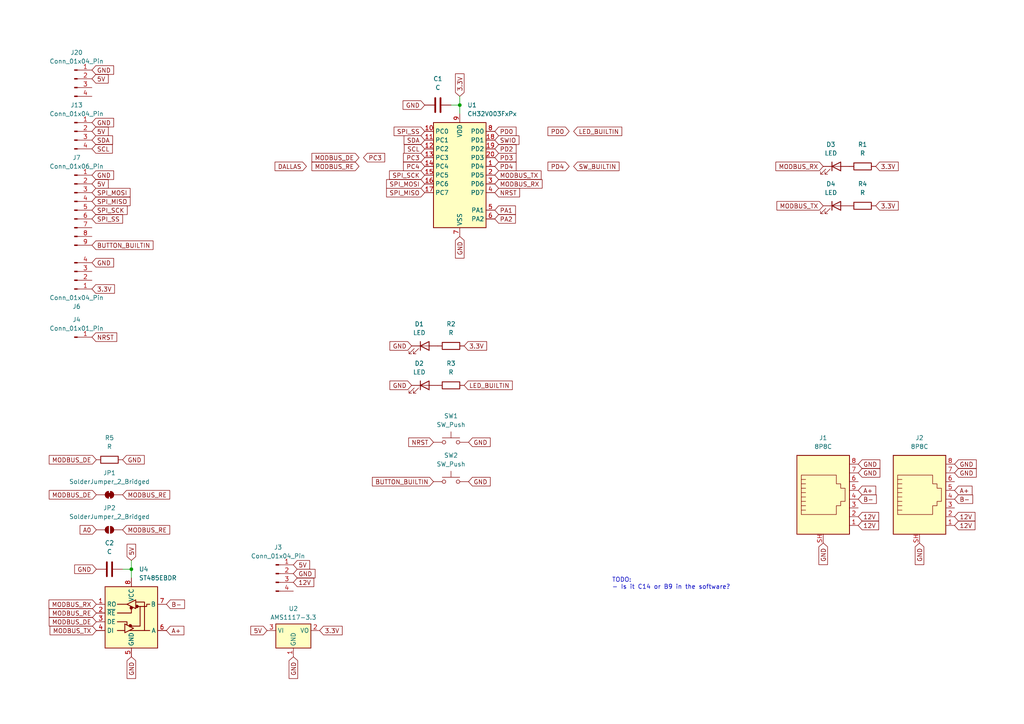
<source format=kicad_sch>
(kicad_sch (version 20231120) (generator "eeschema") (generator_version "8.0")
  (paper "A4")
  (lib_symbols
    (symbol "Connector:8P8C_Shielded" (pin_names (offset 1.016))
      (property "Reference" "J" (at -5.08 13.97 0))
      (property "Value" "8P8C_Shielded" (at 2.54 13.97 0))
      (symbol "8P8C_Shielded_0_1"
        (polyline (pts (xy -5.08 4.445) (xy -6.35 4.445)))
        (polyline (pts (xy -5.08 5.715) (xy -6.35 5.715)))
        (polyline (pts (xy -6.35 -3.175) (xy -5.08 -3.175) (xy -5.08 -3.175)))
        (polyline (pts (xy -6.35 -1.905) (xy -5.08 -1.905) (xy -5.08 -1.905)))
        (polyline (pts (xy -6.35 -0.635) (xy -5.08 -0.635) (xy -5.08 -0.635)))
        (polyline (pts (xy -6.35 0.635) (xy -5.08 0.635) (xy -5.08 0.635)))
        (polyline (pts (xy -6.35 1.905) (xy -5.08 1.905) (xy -5.08 1.905)))
        (polyline (pts (xy -5.08 3.175) (xy -6.35 3.175) (xy -6.35 3.175)))
        (polyline (pts (xy -6.35 -4.445) (xy -6.35 6.985) (xy 3.81 6.985) (xy 3.81 4.445) (xy 5.08 4.445) (xy 5.08 3.175) (xy 6.35 3.175) (xy 6.35 -0.635) (xy 5.08 -0.635) (xy 5.08 -1.905) (xy 3.81 -1.905) (xy 3.81 -4.445) (xy -6.35 -4.445) (xy -6.35 -4.445)))
        (rectangle (start 7.62 12.7) (end -7.62 -10.16) (stroke (width 0.254)) (fill (type background)))
      )
      (symbol "8P8C_Shielded_1_1"
        (pin passive line (at 10.16 -7.62 180) (length 2.54) (name "~") (number "1"))
        (pin passive line (at 10.16 -5.08 180) (length 2.54) (name "~") (number "2"))
        (pin passive line (at 10.16 -2.54 180) (length 2.54) (name "~") (number "3"))
        (pin passive line (at 10.16 0 180) (length 2.54) (name "~") (number "4"))
        (pin passive line (at 10.16 2.54 180) (length 2.54) (name "~") (number "5"))
        (pin passive line (at 10.16 5.08 180) (length 2.54) (name "~") (number "6"))
        (pin passive line (at 10.16 7.62 180) (length 2.54) (name "~") (number "7"))
        (pin passive line (at 10.16 10.16 180) (length 2.54) (name "~") (number "8"))
        (pin passive line (at 0 -12.7 90) (length 2.54) (name "~") (number "SH"))
      )
    )
    (symbol "Connector:Conn_01x01_Pin" (pin_names (offset 1.016) hide)
      (property "Reference" "J" (at 0 2.54 0))
      (property "Value" "Conn_01x01_Pin" (at 0 -2.54 0))
      (symbol "Conn_01x01_Pin_1_1"
        (polyline (pts (xy 1.27 0) (xy 0.8636 0)) (stroke (width 0.1524)))
        (rectangle (start 0.8636 0.127) (end 0 -0.127) (stroke (width 0.1524)) (fill (type outline)))
        (pin passive line (at 5.08 0 180) (length 3.81) (name "Pin_1") (number "1"))
      )
    )
    (symbol "Connector:Conn_01x04_Pin" (pin_names (offset 1.016) hide)
      (property "Reference" "J" (at 0 5.08 0))
      (property "Value" "Conn_01x04_Pin" (at 0 -7.62 0))
      (symbol "Conn_01x04_Pin_1_1"
        (polyline (pts (xy 1.27 -5.08) (xy 0.8636 -5.08)) (stroke (width 0.1524)))
        (polyline (pts (xy 1.27 -2.54) (xy 0.8636 -2.54)) (stroke (width 0.1524)))
        (polyline (pts (xy 1.27 0) (xy 0.8636 0)) (stroke (width 0.1524)))
        (polyline (pts (xy 1.27 2.54) (xy 0.8636 2.54)) (stroke (width 0.1524)))
        (rectangle (start 0.8636 -4.953) (end 0 -5.207) (stroke (width 0.1524)) (fill (type outline)))
        (rectangle (start 0.8636 -2.413) (end 0 -2.667) (stroke (width 0.1524)) (fill (type outline)))
        (rectangle (start 0.8636 0.127) (end 0 -0.127) (stroke (width 0.1524)) (fill (type outline)))
        (rectangle (start 0.8636 2.667) (end 0 2.413) (stroke (width 0.1524)) (fill (type outline)))
        (pin passive line (at 5.08 2.54 180) (length 3.81) (name "Pin_1") (number "1"))
        (pin passive line (at 5.08 0 180) (length 3.81) (name "Pin_2") (number "2"))
        (pin passive line (at 5.08 -2.54 180) (length 3.81) (name "Pin_3") (number "3"))
        (pin passive line (at 5.08 -5.08 180) (length 3.81) (name "Pin_4") (number "4"))
      )
    )
    (symbol "Connector:Conn_01x09_Pin" (pin_names (offset 1.016) hide)
      (property "Reference" "J" (at 0 12.7 0))
      (property "Value" "Conn_01x09_Pin" (at 0 -12.7 0))
      (symbol "Conn_01x09_Pin_1_1"
        (polyline (pts (xy 1.27 -10.16) (xy 0.8636 -10.16)) (stroke (width 0.1524)))
        (polyline (pts (xy 1.27 -7.62) (xy 0.8636 -7.62)) (stroke (width 0.1524)))
        (polyline (pts (xy 1.27 -5.08) (xy 0.8636 -5.08)) (stroke (width 0.1524)))
        (polyline (pts (xy 1.27 -2.54) (xy 0.8636 -2.54)) (stroke (width 0.1524)))
        (polyline (pts (xy 1.27 0) (xy 0.8636 0)) (stroke (width 0.1524)))
        (polyline (pts (xy 1.27 2.54) (xy 0.8636 2.54)) (stroke (width 0.1524)))
        (polyline (pts (xy 1.27 5.08) (xy 0.8636 5.08)) (stroke (width 0.1524)))
        (polyline (pts (xy 1.27 7.62) (xy 0.8636 7.62)) (stroke (width 0.1524)))
        (polyline (pts (xy 1.27 10.16) (xy 0.8636 10.16)) (stroke (width 0.1524)))
        (rectangle (start 0.8636 -10.033) (end 0 -10.287) (stroke (width 0.1524)) (fill (type outline)))
        (rectangle (start 0.8636 -7.493) (end 0 -7.747) (stroke (width 0.1524)) (fill (type outline)))
        (rectangle (start 0.8636 -4.953) (end 0 -5.207) (stroke (width 0.1524)) (fill (type outline)))
        (rectangle (start 0.8636 -2.413) (end 0 -2.667) (stroke (width 0.1524)) (fill (type outline)))
        (rectangle (start 0.8636 0.127) (end 0 -0.127) (stroke (width 0.1524)) (fill (type outline)))
        (rectangle (start 0.8636 2.667) (end 0 2.413) (stroke (width 0.1524)) (fill (type outline)))
        (rectangle (start 0.8636 5.207) (end 0 4.953) (stroke (width 0.1524)) (fill (type outline)))
        (rectangle (start 0.8636 7.747) (end 0 7.493) (stroke (width 0.1524)) (fill (type outline)))
        (rectangle (start 0.8636 10.287) (end 0 10.033) (stroke (width 0.1524)) (fill (type outline)))
        (pin passive line (at 5.08 10.16 180) (length 3.81) (name "Pin_1") (number "1"))
        (pin passive line (at 5.08 7.62 180) (length 3.81) (name "Pin_2") (number "2"))
        (pin passive line (at 5.08 5.08 180) (length 3.81) (name "Pin_3") (number "3"))
        (pin passive line (at 5.08 2.54 180) (length 3.81) (name "Pin_4") (number "4"))
        (pin passive line (at 5.08 0 180) (length 3.81) (name "Pin_5") (number "5"))
        (pin passive line (at 5.08 -2.54 180) (length 3.81) (name "Pin_6") (number "6"))
        (pin passive line (at 5.08 -5.08 180) (length 3.81) (name "Pin_7") (number "7"))
        (pin passive line (at 5.08 -7.62 180) (length 3.81) (name "Pin_8") (number "8"))
        (pin passive line (at 5.08 -10.16 180) (length 3.81) (name "Pin_9") (number "9"))
      )
    )
    (symbol "Device:C" (pin_numbers hide) (pin_names (offset 0.254))
      (property "Reference" "C" (at 0.635 2.54 0))
      (property "Value" "C" (at 0.635 -2.54 0))
      (symbol "C_0_1"
        (polyline (pts (xy -2.032 -0.762) (xy 2.032 -0.762)) (stroke (width 0.508)))
        (polyline (pts (xy -2.032 0.762) (xy 2.032 0.762)) (stroke (width 0.508)))
      )
      (symbol "C_1_1"
        (pin passive line (at 0 3.81 270) (length 2.794) (name "~") (number "1"))
        (pin passive line (at 0 -3.81 90) (length 2.794) (name "~") (number "2"))
      )
    )
    (symbol "Device:LED" (pin_numbers hide) (pin_names (offset 1.016) hide)
      (property "Reference" "D" (at 0 2.54 0))
      (property "Value" "LED" (at 0 -2.54 0))
      (symbol "LED_0_1"
        (polyline (pts (xy -1.27 -1.27) (xy -1.27 1.27)) (stroke (width 0.254)))
        (polyline (pts (xy -1.27 0) (xy 1.27 0)))
        (polyline (pts (xy 1.27 -1.27) (xy 1.27 1.27) (xy -1.27 0) (xy 1.27 -1.27)) (stroke (width 0.254)))
        (polyline (pts (xy -3.048 -0.762) (xy -4.572 -2.286) (xy -3.81 -2.286) (xy -4.572 -2.286) (xy -4.572 -1.524)))
        (polyline (pts (xy -1.778 -0.762) (xy -3.302 -2.286) (xy -2.54 -2.286) (xy -3.302 -2.286) (xy -3.302 -1.524)))
      )
      (symbol "LED_1_1"
        (pin passive line (at -3.81 0 0) (length 2.54) (name "K") (number "1"))
        (pin passive line (at 3.81 0 180) (length 2.54) (name "A") (number "2"))
      )
    )
    (symbol "Device:R" (pin_numbers hide) (pin_names (offset 0))
      (property "Reference" "R" (at 2.032 0 90))
      (property "Value" "R" (at 0 0 90))
      (symbol "R_0_1"
        (rectangle (start -1.016 -2.54) (end 1.016 2.54) (stroke (width 0.254)))
      )
      (symbol "R_1_1"
        (pin passive line (at 0 3.81 270) (length 1.27) (name "~") (number "1"))
        (pin passive line (at 0 -3.81 90) (length 1.27) (name "~") (number "2"))
      )
    )
    (symbol "Interface_UART:ST485EBDR"
      (property "Reference" "U" (at -6.35 8.89 0))
      (property "Value" "ST485EBDR" (at 1.27 8.89 0))
      (symbol "ST485EBDR_0_1"
        (rectangle (start -7.62 7.62) (end 7.62 -10.16) (stroke (width 0.254)) (fill (type background)))
        (circle (center -0.3048 -3.683) (radius 0.3556) (stroke (width 0.254)) (fill (type outline)))
        (circle (center -0.0254 1.4986) (radius 0.3556) (stroke (width 0.254)) (fill (type outline)))
        (polyline (pts (xy -4.064 -5.08) (xy -1.905 -5.08)) (stroke (width 0.254)))
        (polyline (pts (xy -4.064 2.54) (xy -1.27 2.54)) (stroke (width 0.254)))
        (polyline (pts (xy -1.27 -3.2004) (xy -1.27 -3.4544)) (stroke (width 0.254)))
        (polyline (pts (xy -0.635 -5.08) (xy 5.334 -5.08)) (stroke (width 0.254)))
        (polyline (pts (xy -4.064 -2.54) (xy -1.27 -2.54) (xy -1.27 -3.175)) (stroke (width 0.254)))
        (polyline (pts (xy 0 1.27) (xy 0 0) (xy -4.064 0)) (stroke (width 0.254)))
        (polyline (pts (xy 1.27 3.175) (xy 3.81 3.175) (xy 3.81 -5.08)) (stroke (width 0.254)))
        (polyline (pts (xy 2.54 1.905) (xy 2.54 -3.81) (xy 0 -3.81)) (stroke (width 0.254)))
        (polyline (pts (xy -1.905 -3.175) (xy -1.905 -5.715) (xy 0.635 -4.445) (xy -1.905 -3.175)) (stroke (width 0.254)))
        (polyline (pts (xy -1.27 2.54) (xy 1.27 3.81) (xy 1.27 1.27) (xy -1.27 2.54)) (stroke (width 0.254)))
        (polyline (pts (xy 1.905 1.905) (xy 4.445 1.905) (xy 4.445 2.54) (xy 5.334 2.54)) (stroke (width 0.254)))
        (rectangle (start 1.27 3.175) (end 1.27 3.175))
        (circle (center 1.651 1.905) (radius 0.3556) (stroke (width 0.254)) (fill (type outline)))
      )
      (symbol "ST485EBDR_1_1"
        (pin output line (at -10.16 2.54 0) (length 2.54) (name "RO") (number "1"))
        (pin input line (at -10.16 0 0) (length 2.54) (name "~{RE}") (number "2"))
        (pin input line (at -10.16 -2.54 0) (length 2.54) (name "DE") (number "3"))
        (pin input line (at -10.16 -5.08 0) (length 2.54) (name "DI") (number "4"))
        (pin power_in line (at 0 -12.7 90) (length 2.54) (name "GND") (number "5"))
        (pin bidirectional line (at 10.16 -5.08 180) (length 2.54) (name "A") (number "6"))
        (pin bidirectional line (at 10.16 2.54 180) (length 2.54) (name "B") (number "7"))
        (pin power_in line (at 0 10.16 270) (length 2.54) (name "VCC") (number "8"))
      )
    )
    (symbol "Jumper:SolderJumper_2_Bridged" (pin_numbers hide) (pin_names (offset 0) hide) (exclude_from_sim yes) (in_bom no)
      (property "Reference" "JP" (at 0 2.032 0))
      (property "Value" "SolderJumper_2_Bridged" (at 0 -2.54 0))
      (symbol "SolderJumper_2_Bridged_0_1"
        (rectangle (start -0.508 0.508) (end 0.508 -0.508) (fill (type outline)))
        (arc (start -0.254 1.016) (mid -1.2656 0) (end -0.254 -1.016))
        (arc (start -0.254 1.016) (mid -1.2656 0) (end -0.254 -1.016) (fill (type outline)))
        (polyline (pts (xy -0.254 1.016) (xy -0.254 -1.016)))
        (polyline (pts (xy 0.254 1.016) (xy 0.254 -1.016)))
        (arc (start 0.254 -1.016) (mid 1.2656 0) (end 0.254 1.016))
        (arc (start 0.254 -1.016) (mid 1.2656 0) (end 0.254 1.016) (fill (type outline)))
      )
      (symbol "SolderJumper_2_Bridged_1_1"
        (pin passive line (at -3.81 0 0) (length 2.54) (name "A") (number "1"))
        (pin passive line (at 3.81 0 180) (length 2.54) (name "B") (number "2"))
      )
    )
    (symbol "Jumper:SolderJumper_2_Open" (pin_numbers hide) (pin_names (offset 0) hide) (exclude_from_sim yes) (in_bom no)
      (property "Reference" "JP" (at 0 2.032 0))
      (property "Value" "SolderJumper_2_Open" (at 0 -2.54 0))
      (symbol "SolderJumper_2_Open_0_1"
        (arc (start -0.254 1.016) (mid -1.2656 0) (end -0.254 -1.016))
        (arc (start -0.254 1.016) (mid -1.2656 0) (end -0.254 -1.016) (fill (type outline)))
        (polyline (pts (xy -0.254 1.016) (xy -0.254 -1.016)))
        (polyline (pts (xy 0.254 1.016) (xy 0.254 -1.016)))
        (arc (start 0.254 -1.016) (mid 1.2656 0) (end 0.254 1.016))
        (arc (start 0.254 -1.016) (mid 1.2656 0) (end 0.254 1.016) (fill (type outline)))
      )
      (symbol "SolderJumper_2_Open_1_1"
        (pin passive line (at -3.81 0 0) (length 2.54) (name "A") (number "1"))
        (pin passive line (at 3.81 0 180) (length 2.54) (name "B") (number "2"))
      )
    )
    (symbol "MCU_WCH_CH32V0:CH32V003FxPx"
      (property "Reference" "U" (at -7.62 17.78 0))
      (property "Value" "CH32V003FxPx" (at 7.62 17.78 0))
      (symbol "CH32V003FxPx_1_1"
        (rectangle (start -7.62 15.24) (end 7.62 -15.24) (stroke (width 0.254)) (fill (type background)))
        (pin bidirectional line (at 10.16 2.54 180) (length 2.54) (name "PD4") (number "1"))
        (pin bidirectional line (at -10.16 12.7 0) (length 2.54) (name "PC0") (number "10"))
        (pin bidirectional line (at -10.16 10.16 0) (length 2.54) (name "PC1") (number "11"))
        (pin bidirectional line (at -10.16 7.62 0) (length 2.54) (name "PC2") (number "12"))
        (pin bidirectional line (at -10.16 5.08 0) (length 2.54) (name "PC3") (number "13"))
        (pin bidirectional line (at -10.16 2.54 0) (length 2.54) (name "PC4") (number "14"))
        (pin bidirectional line (at -10.16 0 0) (length 2.54) (name "PC5") (number "15"))
        (pin bidirectional line (at -10.16 -2.54 0) (length 2.54) (name "PC6") (number "16"))
        (pin bidirectional line (at -10.16 -5.08 0) (length 2.54) (name "PC7") (number "17"))
        (pin bidirectional line (at 10.16 10.16 180) (length 2.54) (name "PD1") (number "18"))
        (pin bidirectional line (at 10.16 7.62 180) (length 2.54) (name "PD2") (number "19"))
        (pin bidirectional line (at 10.16 0 180) (length 2.54) (name "PD5") (number "2"))
        (pin bidirectional line (at 10.16 5.08 180) (length 2.54) (name "PD3") (number "20"))
        (pin bidirectional line (at 10.16 -2.54 180) (length 2.54) (name "PD6") (number "3"))
        (pin bidirectional line (at 10.16 -5.08 180) (length 2.54) (name "PD7") (number "4"))
        (pin bidirectional line (at 10.16 -10.16 180) (length 2.54) (name "PA1") (number "5"))
        (pin bidirectional line (at 10.16 -12.7 180) (length 2.54) (name "PA2") (number "6"))
        (pin power_in line (at 0 -17.78 90) (length 2.54) (name "VSS") (number "7"))
        (pin bidirectional line (at 10.16 12.7 180) (length 2.54) (name "PD0") (number "8"))
        (pin power_in line (at 0 17.78 270) (length 2.54) (name "VDD") (number "9"))
      )
    )
    (symbol "Regulator_Linear:AMS1117-3.3"
      (property "Reference" "U" (at -3.81 3.175 0))
      (property "Value" "AMS1117-3.3" (at 0 3.175 0))
      (symbol "AMS1117-3.3_0_1"
        (rectangle (start -5.08 -5.08) (end 5.08 1.905) (stroke (width 0.254)) (fill (type background)))
      )
      (symbol "AMS1117-3.3_1_1"
        (pin power_in line (at 0 -7.62 90) (length 2.54) (name "GND") (number "1"))
        (pin power_out line (at 7.62 0 180) (length 2.54) (name "VO") (number "2"))
        (pin power_in line (at -7.62 0 0) (length 2.54) (name "VI") (number "3"))
      )
    )
    (symbol "Switch:SW_Push" (pin_numbers hide) (pin_names (offset 1.016) hide)
      (property "Reference" "SW" (at 1.27 2.54 0))
      (property "Value" "SW_Push" (at 0 -1.524 0))
      (symbol "SW_Push_0_1"
        (circle (center -2.032 0) (radius 0.508))
        (polyline (pts (xy 0 1.27) (xy 0 3.048)))
        (polyline (pts (xy 2.54 1.27) (xy -2.54 1.27)))
        (circle (center 2.032 0) (radius 0.508))
        (pin passive line (at -5.08 0 0) (length 2.54) (name "1") (number "1"))
        (pin passive line (at 5.08 0 180) (length 2.54) (name "2") (number "2"))
      )
    )
  )
  (junction (at 38.1 165.1))
  (junction (at 133.35 30.48))
  (wire (pts (xy 133.35 30.48) (xy 130.81 30.48)))
  (wire (pts (xy 133.35 30.48) (xy 133.35 33.02)))
  (wire (pts (xy 38.1 165.1) (xy 38.1 167.64)))
  (wire (pts (xy 38.1 165.1) (xy 35.56 165.1)))
  (wire (pts (xy 133.35 27.94) (xy 133.35 30.48)))
  (wire (pts (xy 38.1 162.56) (xy 38.1 165.1)))
  (text_box "TODO:\n- Is it C14 or B9 in the software?" (at 176.53 166.37 0) (size 107.95 15.24) (stroke (width -0.0001)) (effects (font (size 1.27 1.27)) (justify left top)))
  (global_label "SPI_SCK" (shape input) (at 26.67 60.96 0) (property "Intersheetrefs" "${INTERSHEET_REFS}" (effects (hide yes))))
  (global_label "5V" (shape input) (at 26.67 53.34 0) (property "Intersheetrefs" "${INTERSHEET_REFS}" (effects (hide yes))))
  (global_label "5V" (shape input) (at 26.67 22.86 0) (property "Intersheetrefs" "${INTERSHEET_REFS}" (effects (hide yes))))
  (global_label "MODBUS_RX" (shape input) (at 143.51 53.34 0) (property "Intersheetrefs" "${INTERSHEET_REFS}" (effects (hide yes))))
  (global_label "GND" (shape input) (at 135.89 128.27 0) (property "Intersheetrefs" "${INTERSHEET_REFS}" (effects (hide yes))))
  (global_label "B-" (shape input) (at 48.26 175.26 0) (property "Intersheetrefs" "${INTERSHEET_REFS}" (effects (hide yes))))
  (global_label "GND" (shape input) (at 26.67 76.2 0) (property "Intersheetrefs" "${INTERSHEET_REFS}" (effects (hide yes))))
  (global_label "GND" (shape input) (at 35.56 133.35 0) (property "Intersheetrefs" "${INTERSHEET_REFS}" (effects (hide yes))))
  (global_label "5V" (shape input) (at 77.47 182.88 180) (property "Intersheetrefs" "${INTERSHEET_REFS}" (effects (hide yes))))
  (global_label "LED_BUILTIN" (shape input) (at 166.37 38.1 0) (property "Intersheetrefs" "${INTERSHEET_REFS}" (effects (hide yes))))
  (global_label "SDA" (shape input) (at 26.67 40.64 0) (property "Intersheetrefs" "${INTERSHEET_REFS}" (effects (hide yes))))
  (global_label "MODBUS_TX" (shape input) (at 143.51 50.8 0) (property "Intersheetrefs" "${INTERSHEET_REFS}" (effects (hide yes))))
  (global_label "GND" (shape input) (at 248.92 134.62 0) (property "Intersheetrefs" "${INTERSHEET_REFS}" (effects (hide yes))))
  (global_label "MODBUS_RE" (shape input) (at 27.94 177.8 180) (property "Intersheetrefs" "${INTERSHEET_REFS}" (effects (hide yes))))
  (global_label "GND" (shape input) (at 133.35 68.58 270) (property "Intersheetrefs" "${INTERSHEET_REFS}" (effects (hide yes))))
  (global_label "PD4" (shape input) (at 143.51 48.26 0) (property "Intersheetrefs" "${INTERSHEET_REFS}" (effects (hide yes))))
  (global_label "12V" (shape input) (at 85.09 168.91 0) (property "Intersheetrefs" "${INTERSHEET_REFS}" (effects (hide yes))))
  (global_label "3.3V" (shape input) (at 254 48.26 0) (property "Intersheetrefs" "${INTERSHEET_REFS}" (effects (hide yes))))
  (global_label "SWIO" (shape input) (at 143.51 40.64 0) (property "Intersheetrefs" "${INTERSHEET_REFS}" (effects (hide yes))))
  (global_label "MODBUS_RE" (shape input) (at 35.56 143.51 0) (property "Intersheetrefs" "${INTERSHEET_REFS}" (effects (hide yes))))
  (global_label "GND" (shape input) (at 38.1 190.5 270) (property "Intersheetrefs" "${INTERSHEET_REFS}" (effects (hide yes))))
  (global_label "GND" (shape input) (at 266.7 157.48 270) (property "Intersheetrefs" "${INTERSHEET_REFS}" (effects (hide yes))))
  (global_label "NRST" (shape input) (at 125.73 128.27 180) (property "Intersheetrefs" "${INTERSHEET_REFS}" (effects (hide yes))))
  (global_label "A+" (shape input) (at 248.92 142.24 0) (property "Intersheetrefs" "${INTERSHEET_REFS}" (effects (hide yes))))
  (global_label "GND" (shape input) (at 26.67 50.8 0) (property "Intersheetrefs" "${INTERSHEET_REFS}" (effects (hide yes))))
  (global_label "PD4" (shape input) (at 165.1 48.26 180) (property "Intersheetrefs" "${INTERSHEET_REFS}" (effects (hide yes))))
  (global_label "MODBUS_DE" (shape input) (at 27.94 143.51 180) (property "Intersheetrefs" "${INTERSHEET_REFS}" (effects (hide yes))))
  (global_label "3.3V" (shape input) (at 254 59.69 0) (property "Intersheetrefs" "${INTERSHEET_REFS}" (effects (hide yes))))
  (global_label "PC4" (shape input) (at 123.19 48.26 180) (property "Intersheetrefs" "${INTERSHEET_REFS}" (effects (hide yes))))
  (global_label "MODBUS_RE" (shape input) (at 104.14 48.26 180) (property "Intersheetrefs" "${INTERSHEET_REFS}" (effects (hide yes))))
  (global_label "SCL" (shape input) (at 123.19 43.18 180) (property "Intersheetrefs" "${INTERSHEET_REFS}" (effects (hide yes))))
  (global_label "GND" (shape input) (at 26.67 35.56 0) (property "Intersheetrefs" "${INTERSHEET_REFS}" (effects (hide yes))))
  (global_label "B-" (shape input) (at 276.86 144.78 0) (property "Intersheetrefs" "${INTERSHEET_REFS}" (effects (hide yes))))
  (global_label "MODBUS_DE" (shape input) (at 27.94 180.34 180) (property "Intersheetrefs" "${INTERSHEET_REFS}" (effects (hide yes))))
  (global_label "3.3V" (shape input) (at 133.35 27.94 90) (property "Intersheetrefs" "${INTERSHEET_REFS}" (effects (hide yes))))
  (global_label "MODBUS_DE" (shape input) (at 104.14 45.72 180) (property "Intersheetrefs" "${INTERSHEET_REFS}" (effects (hide yes))))
  (global_label "SW_BUILTIN" (shape input) (at 166.37 48.26 0) (property "Intersheetrefs" "${INTERSHEET_REFS}" (effects (hide yes))))
  (global_label "5V" (shape input) (at 26.67 38.1 0) (property "Intersheetrefs" "${INTERSHEET_REFS}" (effects (hide yes))))
  (global_label "12V" (shape input) (at 248.92 152.4 0) (property "Intersheetrefs" "${INTERSHEET_REFS}" (effects (hide yes))))
  (global_label "12V" (shape input) (at 276.86 149.86 0) (property "Intersheetrefs" "${INTERSHEET_REFS}" (effects (hide yes))))
  (global_label "SPI_SS" (shape input) (at 123.19 38.1 180) (property "Intersheetrefs" "${INTERSHEET_REFS}" (effects (hide yes))))
  (global_label "5V" (shape input) (at 85.09 163.83 0) (property "Intersheetrefs" "${INTERSHEET_REFS}" (effects (hide yes))))
  (global_label "GND" (shape input) (at 276.86 137.16 0) (property "Intersheetrefs" "${INTERSHEET_REFS}" (effects (hide yes))))
  (global_label "BUTTON_BUILTIN" (shape input) (at 125.73 139.7 180) (property "Intersheetrefs" "${INTERSHEET_REFS}" (effects (hide yes))))
  (global_label "GND" (shape input) (at 27.94 165.1 180) (property "Intersheetrefs" "${INTERSHEET_REFS}" (effects (hide yes))))
  (global_label "GND" (shape input) (at 85.09 190.5 270) (property "Intersheetrefs" "${INTERSHEET_REFS}" (effects (hide yes))))
  (global_label "MODBUS_TX" (shape input) (at 238.76 59.69 180) (property "Intersheetrefs" "${INTERSHEET_REFS}" (effects (hide yes))))
  (global_label "GND" (shape input) (at 276.86 134.62 0) (property "Intersheetrefs" "${INTERSHEET_REFS}" (effects (hide yes))))
  (global_label "PD0" (shape input) (at 143.51 38.1 0) (property "Intersheetrefs" "${INTERSHEET_REFS}" (effects (hide yes))))
  (global_label "PA2" (shape input) (at 143.51 63.5 0) (property "Intersheetrefs" "${INTERSHEET_REFS}" (effects (hide yes))))
  (global_label "SPI_MISO" (shape input) (at 26.67 58.42 0) (property "Intersheetrefs" "${INTERSHEET_REFS}" (effects (hide yes))))
  (global_label "A+" (shape input) (at 48.26 182.88 0) (property "Intersheetrefs" "${INTERSHEET_REFS}" (effects (hide yes))))
  (global_label "GND" (shape input) (at 119.38 111.76 180) (property "Intersheetrefs" "${INTERSHEET_REFS}" (effects (hide yes))))
  (global_label "PA1" (shape input) (at 143.51 60.96 0) (property "Intersheetrefs" "${INTERSHEET_REFS}" (effects (hide yes))))
  (global_label "GND" (shape input) (at 123.19 30.48 180) (property "Intersheetrefs" "${INTERSHEET_REFS}" (effects (hide yes))))
  (global_label "GND" (shape input) (at 248.92 137.16 0) (property "Intersheetrefs" "${INTERSHEET_REFS}" (effects (hide yes))))
  (global_label "A0" (shape input) (at 27.94 153.67 180) (property "Intersheetrefs" "${INTERSHEET_REFS}" (effects (hide yes))))
  (global_label "NRST" (shape input) (at 26.67 97.79 0) (property "Intersheetrefs" "${INTERSHEET_REFS}" (effects (hide yes))))
  (global_label "SPI_MOSI" (shape input) (at 123.19 53.34 180) (property "Intersheetrefs" "${INTERSHEET_REFS}" (effects (hide yes))))
  (global_label "SPI_MISO" (shape input) (at 123.19 55.88 180) (property "Intersheetrefs" "${INTERSHEET_REFS}" (effects (hide yes))))
  (global_label "12V" (shape input) (at 276.86 152.4 0) (property "Intersheetrefs" "${INTERSHEET_REFS}" (effects (hide yes))))
  (global_label "12V" (shape input) (at 248.92 149.86 0) (property "Intersheetrefs" "${INTERSHEET_REFS}" (effects (hide yes))))
  (global_label "SCL" (shape input) (at 26.67 43.18 0) (property "Intersheetrefs" "${INTERSHEET_REFS}" (effects (hide yes))))
  (global_label "PD3" (shape input) (at 143.51 45.72 0) (property "Intersheetrefs" "${INTERSHEET_REFS}" (effects (hide yes))))
  (global_label "SPI_MOSI" (shape input) (at 26.67 55.88 0) (property "Intersheetrefs" "${INTERSHEET_REFS}" (effects (hide yes))))
  (global_label "A+" (shape input) (at 276.86 142.24 0) (property "Intersheetrefs" "${INTERSHEET_REFS}" (effects (hide yes))))
  (global_label "DALLAS" (shape input) (at 88.9 48.26 180) (property "Intersheetrefs" "${INTERSHEET_REFS}" (effects (hide yes))))
  (global_label "5V" (shape input) (at 38.1 162.56 90) (property "Intersheetrefs" "${INTERSHEET_REFS}" (effects (hide yes))))
  (global_label "GND" (shape input) (at 26.67 20.32 0) (property "Intersheetrefs" "${INTERSHEET_REFS}" (effects (hide yes))))
  (global_label "SPI_SS" (shape input) (at 26.67 63.5 0) (property "Intersheetrefs" "${INTERSHEET_REFS}" (effects (hide yes))))
  (global_label "PD0" (shape input) (at 165.1 38.1 180) (property "Intersheetrefs" "${INTERSHEET_REFS}" (effects (hide yes))))
  (global_label "3.3V" (shape input) (at 26.67 83.82 0) (property "Intersheetrefs" "${INTERSHEET_REFS}" (effects (hide yes))))
  (global_label "GND" (shape input) (at 135.89 139.7 0) (property "Intersheetrefs" "${INTERSHEET_REFS}" (effects (hide yes))))
  (global_label "MODBUS_TX" (shape input) (at 27.94 182.88 180) (property "Intersheetrefs" "${INTERSHEET_REFS}" (effects (hide yes))))
  (global_label "MODBUS_RX" (shape input) (at 27.94 175.26 180) (property "Intersheetrefs" "${INTERSHEET_REFS}" (effects (hide yes))))
  (global_label "MODBUS_RX" (shape input) (at 238.76 48.26 180) (property "Intersheetrefs" "${INTERSHEET_REFS}" (effects (hide yes))))
  (global_label "PD2" (shape input) (at 143.51 43.18 0) (property "Intersheetrefs" "${INTERSHEET_REFS}" (effects (hide yes))))
  (global_label "LED_BUILTIN" (shape input) (at 134.62 111.76 0) (property "Intersheetrefs" "${INTERSHEET_REFS}" (effects (hide yes))))
  (global_label "SDA" (shape input) (at 123.19 40.64 180) (property "Intersheetrefs" "${INTERSHEET_REFS}" (effects (hide yes))))
  (global_label "GND" (shape input) (at 238.76 157.48 270) (property "Intersheetrefs" "${INTERSHEET_REFS}" (effects (hide yes))))
  (global_label "PC3" (shape input) (at 105.41 45.72 0) (property "Intersheetrefs" "${INTERSHEET_REFS}" (effects (hide yes))))
  (global_label "PC3" (shape input) (at 123.19 45.72 180) (property "Intersheetrefs" "${INTERSHEET_REFS}" (effects (hide yes))))
  (global_label "GND" (shape input) (at 119.38 100.33 180) (property "Intersheetrefs" "${INTERSHEET_REFS}" (effects (hide yes))))
  (global_label "BUTTON_BUILTIN" (shape input) (at 26.67 71.12 0) (property "Intersheetrefs" "${INTERSHEET_REFS}" (effects (hide yes))))
  (global_label "NRST" (shape input) (at 143.51 55.88 0) (property "Intersheetrefs" "${INTERSHEET_REFS}" (effects (hide yes))))
  (global_label "B-" (shape input) (at 248.92 144.78 0) (property "Intersheetrefs" "${INTERSHEET_REFS}" (effects (hide yes))))
  (global_label "3.3V" (shape input) (at 134.62 100.33 0) (property "Intersheetrefs" "${INTERSHEET_REFS}" (effects (hide yes))))
  (global_label "GND" (shape input) (at 85.09 166.37 0) (property "Intersheetrefs" "${INTERSHEET_REFS}" (effects (hide yes))))
  (global_label "3.3V" (shape input) (at 92.71 182.88 0) (property "Intersheetrefs" "${INTERSHEET_REFS}" (effects (hide yes))))
  (global_label "MODBUS_RE" (shape input) (at 35.56 153.67 0) (property "Intersheetrefs" "${INTERSHEET_REFS}" (effects (hide yes))))
  (global_label "MODBUS_DE" (shape input) (at 27.94 133.35 180) (property "Intersheetrefs" "${INTERSHEET_REFS}" (effects (hide yes))))
  (global_label "SPI_SCK" (shape input) (at 123.19 50.8 180) (property "Intersheetrefs" "${INTERSHEET_REFS}" (effects (hide yes))))
  (symbol (lib_id "Device:R") (at 250.19 48.26 90) (unit 1)
    (property "Reference" "R1" (at 250.19 41.91 90))
    (property "Value" "R" (at 250.19 44.45 90))
    (property "Footprint" "Resistor_SMD:R_0805_2012Metric_Pad1.20x1.40mm_HandSolder" (effects (hide yes)))
    (property "Description" "Resistor" (effects (hide yes)))
  )
  (symbol (lib_id "Connector:Conn_01x04_Pin") (at 21.59 38.1 0) (unit 1)
    (property "Reference" "J13" (at 22.225 30.48 0))
    (property "Value" "Conn_01x04_Pin" (at 22.225 33.02 0))
    (property "Footprint" "Connector_PinHeader_2.54mm:PinHeader_1x04_P2.54mm_Vertical" (effects (hide yes)))
  )
  (symbol (lib_id "Switch:SW_Push") (at 130.81 139.7 0) (unit 1)
    (property "Reference" "SW2" (at 130.81 132.08 0))
    (property "Value" "SW_Push" (at 130.81 134.62 0))
    (property "Footprint" "Button_Switch_SMD:SW_Push_1P1T_NO_CK_KMR2" (effects (hide yes)))
    (property "Description" "Push button switch, generic, two pins" (effects (hide yes)))
  )
  (symbol (lib_id "Device:LED") (at 242.57 59.69 0) (unit 1)
    (property "Reference" "D4" (at 240.9825 53.34 0))
    (property "Value" "LED" (at 240.9825 55.88 0))
    (property "Footprint" "LED_SMD:LED_0805_2012Metric_Pad1.15x1.40mm_HandSolder" (effects (hide yes)))
    (property "Description" "Light emitting diode" (effects (hide yes)))
  )
  (symbol (lib_id "Device:C") (at 127 30.48 90) (unit 1)
    (property "Reference" "C1" (at 127 22.86 90))
    (property "Value" "C" (at 127 25.4 90))
    (property "Footprint" "Capacitor_SMD:C_0805_2012Metric_Pad1.18x1.45mm_HandSolder" (effects (hide yes)))
    (property "Description" "Unpolarized capacitor" (effects (hide yes)))
  )
  (symbol (lib_id "Jumper:SolderJumper_2_Open") (at 31.75 153.67 0) (unit 1) (exclude_from_sim yes) (in_bom no)
    (property "Reference" "JP2" (at 31.75 147.32 0))
    (property "Value" "SolderJumper_2_Bridged" (at 31.75 149.86 0))
    (property "Footprint" "Jumper:SolderJumper-2_P1.3mm_Open_TrianglePad1.0x1.5mm" (effects (hide yes)))
    (property "Description" "Solder Jumper, 2-pole, open" (effects (hide yes)))
  )
  (symbol (lib_id "Device:R") (at 130.81 111.76 90) (unit 1)
    (property "Reference" "R3" (at 130.81 105.41 90))
    (property "Value" "R" (at 130.81 107.95 90))
    (property "Footprint" "Resistor_SMD:R_0805_2012Metric_Pad1.20x1.40mm_HandSolder" (effects (hide yes)))
    (property "Description" "Resistor" (effects (hide yes)))
  )
  (symbol (lib_id "Regulator_Linear:AMS1117-3.3") (at 85.09 182.88 0) (unit 1)
    (property "Reference" "U2" (at 85.09 176.53 0))
    (property "Value" "AMS1117-3.3" (at 85.09 179.07 0))
    (property "Footprint" "Package_TO_SOT_SMD:SOT-223-3_TabPin2" (effects (hide yes)))
    (property "Datasheet" "http://www.advanced-monolithic.com/pdf/ds1117.pdf" (effects (hide yes)))
    (property "Description" "1A Low Dropout regulator, positive, 3.3V fixed output, SOT-223" (effects (hide yes)))
  )
  (symbol (lib_id "Device:R") (at 31.75 133.35 90) (unit 1)
    (property "Reference" "R5" (at 31.75 127 90))
    (property "Value" "R" (at 31.75 129.54 90))
    (property "Footprint" "Resistor_SMD:R_0805_2012Metric_Pad1.20x1.40mm_HandSolder" (effects (hide yes)))
    (property "Description" "Resistor" (effects (hide yes)))
  )
  (symbol (lib_id "Connector:8P8C_Shielded") (at 266.7 144.78 0) (unit 1)
    (property "Reference" "J2" (at 266.7 127 0))
    (property "Value" "8P8C" (at 266.7 129.54 0))
    (property "Footprint" "Connector_RJ:RJ45_Ninigi_GE" (effects (hide yes)))
    (property "Description" "RJ connector, 8P8C (8 positions 8 connected), RJ31/RJ32/RJ33/RJ34/RJ35/RJ41/RJ45/RJ49/RJ61, Shielded" (effects (hide yes)))
  )
  (symbol (lib_id "Connector:Conn_01x09_Pin") (at 21.59 60.96 0) (unit 1)
    (property "Reference" "J7" (at 22.225 45.72 0))
    (property "Value" "Conn_01x06_Pin" (at 22.225 48.26 0))
    (property "Footprint" "Connector_PinHeader_2.54mm:PinHeader_1x09_P2.54mm_Vertical" (effects (hide yes)))
    (property "Description" "Generic connector, single row, 01x09, script generated" (effects (hide yes)))
  )
  (symbol (lib_id "Switch:SW_Push") (at 130.81 128.27 0) (unit 1)
    (property "Reference" "SW1" (at 130.81 120.65 0))
    (property "Value" "SW_Push" (at 130.81 123.19 0))
    (property "Footprint" "Button_Switch_SMD:SW_Push_1P1T_NO_CK_KMR2" (effects (hide yes)))
    (property "Description" "Push button switch, generic, two pins" (effects (hide yes)))
  )
  (symbol (lib_id "Connector:Conn_01x01_Pin") (at 21.59 97.79 0) (unit 1)
    (property "Reference" "J4" (at 22.225 92.71 0))
    (property "Value" "Conn_01x01_Pin" (at 22.225 95.25 0))
    (property "Footprint" "Connector_PinHeader_2.54mm:PinHeader_1x01_P2.54mm_Vertical" (effects (hide yes)))
    (property "Description" "Generic connector, single row, 01x01, script generated" (effects (hide yes)))
  )
  (symbol (lib_id "Connector:Conn_01x04_Pin") (at 21.59 81.28 0) (mirror x) (unit 1)
    (property "Reference" "J6" (at 22.225 88.9 0))
    (property "Value" "Conn_01x04_Pin" (at 22.225 86.36 0))
    (property "Footprint" "Connector_PinHeader_2.54mm:PinHeader_1x04_P2.54mm_Vertical" (effects (hide yes)))
  )
  (symbol (lib_id "Connector:Conn_01x04_Pin") (at 21.59 22.86 0) (unit 1)
    (property "Reference" "J20" (at 22.225 15.24 0))
    (property "Value" "Conn_01x04_Pin" (at 22.225 17.78 0))
    (property "Footprint" "Connector_PinHeader_2.54mm:PinHeader_1x04_P2.54mm_Vertical" (effects (hide yes)))
  )
  (symbol (lib_id "Connector:8P8C_Shielded") (at 238.76 144.78 0) (unit 1)
    (property "Reference" "J1" (at 238.76 127 0))
    (property "Value" "8P8C" (at 238.76 129.54 0))
    (property "Footprint" "Connector_RJ:RJ45_Ninigi_GE" (effects (hide yes)))
    (property "Description" "RJ connector, 8P8C (8 positions 8 connected), RJ31/RJ32/RJ33/RJ34/RJ35/RJ41/RJ45/RJ49/RJ61, Shielded" (effects (hide yes)))
  )
  (symbol (lib_id "Device:LED") (at 242.57 48.26 0) (unit 1)
    (property "Reference" "D3" (at 240.9825 41.91 0))
    (property "Value" "LED" (at 240.9825 44.45 0))
    (property "Footprint" "LED_SMD:LED_0805_2012Metric_Pad1.15x1.40mm_HandSolder" (effects (hide yes)))
    (property "Description" "Light emitting diode" (effects (hide yes)))
  )
  (symbol (lib_id "Connector:Conn_01x04_Pin") (at 80.01 166.37 0) (unit 1)
    (property "Reference" "J3" (at 80.645 158.75 0))
    (property "Value" "Conn_01x04_Pin" (at 80.645 161.29 0))
    (property "Footprint" "Connector_PinHeader_2.54mm:PinHeader_1x04_P2.54mm_Vertical" (effects (hide yes)))
  )
  (symbol (lib_id "Device:LED") (at 123.19 100.33 0) (unit 1)
    (property "Reference" "D1" (at 121.6025 93.98 0))
    (property "Value" "LED" (at 121.6025 96.52 0))
    (property "Footprint" "LED_SMD:LED_0805_2012Metric_Pad1.15x1.40mm_HandSolder" (effects (hide yes)))
    (property "Description" "Light emitting diode" (effects (hide yes)))
  )
  (symbol (lib_id "Device:R") (at 130.81 100.33 90) (unit 1)
    (property "Reference" "R2" (at 130.81 93.98 90))
    (property "Value" "R" (at 130.81 96.52 90))
    (property "Footprint" "Resistor_SMD:R_0805_2012Metric_Pad1.20x1.40mm_HandSolder" (effects (hide yes)))
    (property "Description" "Resistor" (effects (hide yes)))
  )
  (symbol (lib_id "Device:LED") (at 123.19 111.76 0) (unit 1)
    (property "Reference" "D2" (at 121.6025 105.41 0))
    (property "Value" "LED" (at 121.6025 107.95 0))
    (property "Footprint" "LED_SMD:LED_0805_2012Metric_Pad1.15x1.40mm_HandSolder" (effects (hide yes)))
    (property "Description" "Light emitting diode" (effects (hide yes)))
  )
  (symbol (lib_id "Device:R") (at 250.19 59.69 90) (unit 1)
    (property "Reference" "R4" (at 250.19 53.34 90))
    (property "Value" "R" (at 250.19 55.88 90))
    (property "Footprint" "Resistor_SMD:R_0805_2012Metric_Pad1.20x1.40mm_HandSolder" (effects (hide yes)))
    (property "Description" "Resistor" (effects (hide yes)))
  )
  (symbol (lib_id "Jumper:SolderJumper_2_Bridged") (at 31.75 143.51 180) (unit 1) (exclude_from_sim yes) (in_bom no)
    (property "Reference" "JP1" (at 31.75 137.16 0))
    (property "Value" "SolderJumper_2_Bridged" (at 31.75 139.7 0))
    (property "Footprint" "Jumper:SolderJumper-2_P1.3mm_Open_TrianglePad1.0x1.5mm" (effects (hide yes)))
    (property "Description" "Solder Jumper, 2-pole, closed/bridged" (effects (hide yes)))
  )
  (symbol (lib_id "MCU_WCH_CH32V0:CH32V003FxPx") (at 133.35 50.8 0) (unit 1)
    (property "Reference" "U1" (at 135.5441 30.48 0) (effects (justify left)))
    (property "Value" "CH32V003FxPx" (at 135.5441 33.02 0) (effects (justify left)))
    (property "Footprint" "Package_SO:TSSOP-20_4.4x6.5mm_P0.65mm" (effects (hide yes)))
    (property "Datasheet" "https://www.wch-ic.com/products/CH32V003.html" (effects (hide yes)))
    (property "Description" "CH32V003 series are industrial-grade general-purpose microcontrollers designed based on 32-bit RISC-V instruction set and architecture. It adopts QingKe V2A core, RV32EC instruction set, and supports 2 levels of interrupt nesting. The series are mounted with rich peripheral interfaces and function modules. Its internal organizational structure meets the low-cost and low-power embedded application scenarios." (effects (hide yes)))
  )
  (symbol (lib_id "Device:C") (at 31.75 165.1 90) (unit 1)
    (property "Reference" "C2" (at 31.75 157.48 90))
    (property "Value" "C" (at 31.75 160.02 90))
    (property "Footprint" "Capacitor_SMD:C_0805_2012Metric_Pad1.18x1.45mm_HandSolder" (effects (hide yes)))
    (property "Description" "Unpolarized capacitor" (effects (hide yes)))
  )
  (symbol (lib_id "Interface_UART:ST485EBDR") (at 38.1 177.8 0) (unit 1)
    (property "Reference" "U4" (at 40.2941 165.1 0) (effects (justify left)))
    (property "Value" "ST485EBDR" (at 40.2941 167.64 0) (effects (justify left)))
    (property "Footprint" "Package_SO:SOIC-8_3.9x4.9mm_P1.27mm" (effects (hide yes)))
    (property "Datasheet" "http://www.st.com/resource/en/datasheet/st485eb.pdf" (effects (hide yes)))
    (property "Description" "Half duplex RS-485/RS-422, 5 Mbps, ±15kV electro-static discharge (ESD) protection, no slew-rate, with low-power shutdown, with receiver/driver enable, 256 transceiver on the bus - 40 to 85 °C, SOIC-8" (effects (hide yes)))
  )
)
</source>
